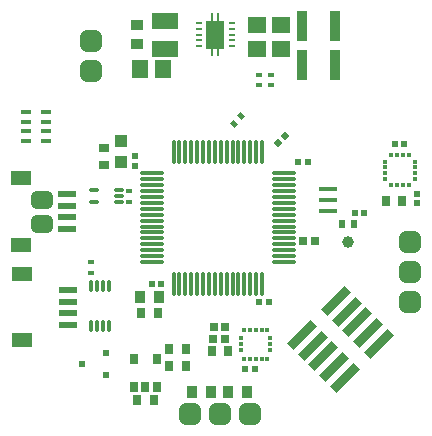
<source format=gbp>
G04 Layer_Color=16770453*
%FSLAX25Y25*%
%MOIN*%
G70*
G01*
G75*
G04:AMPARAMS|DCode=10|XSize=70.87mil|YSize=70.87mil|CornerRadius=17.72mil|HoleSize=0mil|Usage=FLASHONLY|Rotation=0.000|XOffset=0mil|YOffset=0mil|HoleType=Round|Shape=RoundedRectangle|*
%AMROUNDEDRECTD10*
21,1,0.07087,0.03543,0,0,0.0*
21,1,0.03543,0.07087,0,0,0.0*
1,1,0.03543,0.01772,-0.01772*
1,1,0.03543,-0.01772,-0.01772*
1,1,0.03543,-0.01772,0.01772*
1,1,0.03543,0.01772,0.01772*
%
%ADD10ROUNDEDRECTD10*%
%ADD16R,0.06102X0.02362*%
%ADD17R,0.07087X0.04724*%
%ADD19R,0.02165X0.01772*%
%ADD20R,0.02047X0.02047*%
%ADD21P,0.02895X4X180.0*%
G04:AMPARAMS|DCode=29|XSize=70.87mil|YSize=70.87mil|CornerRadius=17.72mil|HoleSize=0mil|Usage=FLASHONLY|Rotation=270.000|XOffset=0mil|YOffset=0mil|HoleType=Round|Shape=RoundedRectangle|*
%AMROUNDEDRECTD29*
21,1,0.07087,0.03543,0,0,270.0*
21,1,0.03543,0.07087,0,0,270.0*
1,1,0.03543,-0.01772,-0.01772*
1,1,0.03543,-0.01772,0.01772*
1,1,0.03543,0.01772,0.01772*
1,1,0.03543,0.01772,-0.01772*
%
%ADD29ROUNDEDRECTD29*%
%ADD30R,0.03543X0.02756*%
%ADD31R,0.02047X0.02047*%
%ADD32R,0.03937X0.03543*%
%ADD33R,0.03543X0.03937*%
%ADD43R,0.02756X0.03543*%
%ADD44R,0.02165X0.02559*%
%ADD70C,0.03937*%
G04:AMPARAMS|DCode=71|XSize=59.06mil|YSize=70.87mil|CornerRadius=14.76mil|HoleSize=0mil|Usage=FLASHONLY|Rotation=270.000|XOffset=0mil|YOffset=0mil|HoleType=Round|Shape=RoundedRectangle|*
%AMROUNDEDRECTD71*
21,1,0.05906,0.04134,0,0,270.0*
21,1,0.02953,0.07087,0,0,270.0*
1,1,0.02953,-0.02067,-0.01476*
1,1,0.02953,-0.02067,0.01476*
1,1,0.02953,0.02067,0.01476*
1,1,0.02953,0.02067,-0.01476*
%
%ADD71ROUNDEDRECTD71*%
%ADD72R,0.03740X0.10236*%
%ADD73O,0.08268X0.01181*%
%ADD74O,0.01181X0.08268*%
G04:AMPARAMS|DCode=75|XSize=11.81mil|YSize=39.37mil|CornerRadius=1.95mil|HoleSize=0mil|Usage=FLASHONLY|Rotation=180.000|XOffset=0mil|YOffset=0mil|HoleType=Round|Shape=RoundedRectangle|*
%AMROUNDEDRECTD75*
21,1,0.01181,0.03547,0,0,180.0*
21,1,0.00791,0.03937,0,0,180.0*
1,1,0.00390,-0.00396,0.01774*
1,1,0.00390,0.00396,0.01774*
1,1,0.00390,0.00396,-0.01774*
1,1,0.00390,-0.00396,-0.01774*
%
%ADD75ROUNDEDRECTD75*%
%ADD76R,0.01181X0.01575*%
%ADD77R,0.01575X0.01181*%
G04:AMPARAMS|DCode=78|XSize=11.81mil|YSize=31.5mil|CornerRadius=1.95mil|HoleSize=0mil|Usage=FLASHONLY|Rotation=90.000|XOffset=0mil|YOffset=0mil|HoleType=Round|Shape=RoundedRectangle|*
%AMROUNDEDRECTD78*
21,1,0.01181,0.02760,0,0,90.0*
21,1,0.00791,0.03150,0,0,90.0*
1,1,0.00390,0.01380,0.00396*
1,1,0.00390,0.01380,-0.00396*
1,1,0.00390,-0.01380,-0.00396*
1,1,0.00390,-0.01380,0.00396*
%
%ADD78ROUNDEDRECTD78*%
%ADD79R,0.06299X0.01181*%
G04:AMPARAMS|DCode=80|XSize=21.65mil|YSize=17.72mil|CornerRadius=0mil|HoleSize=0mil|Usage=FLASHONLY|Rotation=315.000|XOffset=0mil|YOffset=0mil|HoleType=Round|Shape=Rectangle|*
%AMROTATEDRECTD80*
4,1,4,-0.01392,0.00139,-0.00139,0.01392,0.01392,-0.00139,0.00139,-0.01392,-0.01392,0.00139,0.0*
%
%ADD80ROTATEDRECTD80*%

%ADD81R,0.02835X0.02835*%
%ADD82R,0.04331X0.04331*%
%ADD83R,0.00984X0.03937*%
%ADD84O,0.02559X0.00984*%
%ADD85R,0.06496X0.09449*%
%ADD86R,0.09134X0.05630*%
%ADD87R,0.06102X0.05315*%
%ADD88R,0.05315X0.06102*%
%ADD89R,0.01772X0.01181*%
%ADD90R,0.01181X0.01772*%
G04:AMPARAMS|DCode=91|XSize=110mil|YSize=29mil|CornerRadius=0mil|HoleSize=0mil|Usage=FLASHONLY|Rotation=225.000|XOffset=0mil|YOffset=0mil|HoleType=Round|Shape=Rectangle|*
%AMROTATEDRECTD91*
4,1,4,0.02864,0.04914,0.04914,0.02864,-0.02864,-0.04914,-0.04914,-0.02864,0.02864,0.04914,0.0*
%
%ADD91ROTATEDRECTD91*%

%ADD92R,0.03543X0.01673*%
%ADD93R,0.02559X0.03543*%
%ADD95R,0.02362X0.01969*%
D10*
X61555Y5610D02*
D03*
X71555D02*
D03*
X81555D02*
D03*
D16*
X20694Y35138D02*
D03*
Y39075D02*
D03*
X20743Y43012D02*
D03*
Y46949D02*
D03*
X20448Y78937D02*
D03*
Y75000D02*
D03*
X20399Y71063D02*
D03*
Y67126D02*
D03*
D17*
X5437Y30020D02*
D03*
Y52067D02*
D03*
X5142Y84055D02*
D03*
Y62008D02*
D03*
D19*
X84547Y115059D02*
D03*
Y118602D02*
D03*
X28642Y52658D02*
D03*
Y56201D02*
D03*
X41043Y79823D02*
D03*
Y76279D02*
D03*
X88642Y115117D02*
D03*
Y118660D02*
D03*
D20*
X43209Y88287D02*
D03*
Y91437D02*
D03*
X137303Y75689D02*
D03*
Y78839D02*
D03*
D21*
X90914Y95934D02*
D03*
X93141Y98161D02*
D03*
D29*
X28346Y129921D02*
D03*
Y119921D02*
D03*
X134843Y42854D02*
D03*
Y52854D02*
D03*
Y62854D02*
D03*
D30*
X32972Y88681D02*
D03*
Y94193D02*
D03*
D31*
X83071Y20669D02*
D03*
X79921D02*
D03*
X116437Y72539D02*
D03*
X119587D02*
D03*
X51870Y48917D02*
D03*
X48720D02*
D03*
X84547Y42724D02*
D03*
X87697D02*
D03*
X97539Y89468D02*
D03*
X100689D02*
D03*
X129823Y95374D02*
D03*
X132972D02*
D03*
D32*
X43996Y135138D02*
D03*
Y128839D02*
D03*
D33*
X51083Y44587D02*
D03*
X44783D02*
D03*
X68405Y12697D02*
D03*
X62106D02*
D03*
X74311D02*
D03*
X80610D02*
D03*
D43*
X126673Y76476D02*
D03*
X132185D02*
D03*
X50689Y39075D02*
D03*
X45177D02*
D03*
X74213Y26378D02*
D03*
X68701D02*
D03*
X54527Y27067D02*
D03*
X60039D02*
D03*
X54527Y21555D02*
D03*
X60039D02*
D03*
X49409Y10039D02*
D03*
X43898D02*
D03*
D44*
X112106Y68799D02*
D03*
X116043D02*
D03*
D70*
X114075Y62894D02*
D03*
D71*
X12106Y76772D02*
D03*
Y68898D02*
D03*
D72*
X98917Y134941D02*
D03*
X109941D02*
D03*
X98917Y121850D02*
D03*
X109941D02*
D03*
D73*
X92815Y85728D02*
D03*
Y83760D02*
D03*
Y81791D02*
D03*
Y79823D02*
D03*
Y77854D02*
D03*
Y75886D02*
D03*
Y73917D02*
D03*
Y71949D02*
D03*
Y69980D02*
D03*
Y68012D02*
D03*
Y66043D02*
D03*
Y64075D02*
D03*
Y62106D02*
D03*
Y60138D02*
D03*
Y58169D02*
D03*
Y56201D02*
D03*
X48720D02*
D03*
Y58169D02*
D03*
Y60138D02*
D03*
Y62106D02*
D03*
Y64075D02*
D03*
Y66043D02*
D03*
Y68012D02*
D03*
Y69980D02*
D03*
Y71949D02*
D03*
Y73917D02*
D03*
Y75886D02*
D03*
Y77854D02*
D03*
Y79823D02*
D03*
Y81791D02*
D03*
Y83760D02*
D03*
Y85728D02*
D03*
D74*
X85532Y48917D02*
D03*
X83563D02*
D03*
X81595D02*
D03*
X79626D02*
D03*
X77658D02*
D03*
X75689D02*
D03*
X73721D02*
D03*
X71752D02*
D03*
X69784D02*
D03*
X67815D02*
D03*
X65847D02*
D03*
X63878D02*
D03*
X61910D02*
D03*
X59941D02*
D03*
X57972D02*
D03*
X56004D02*
D03*
Y93012D02*
D03*
X57972D02*
D03*
X59941D02*
D03*
X61910D02*
D03*
X63878D02*
D03*
X65847D02*
D03*
X67815D02*
D03*
X69784D02*
D03*
X71752D02*
D03*
X73721D02*
D03*
X75689D02*
D03*
X77658D02*
D03*
X79626D02*
D03*
X81595D02*
D03*
X83563D02*
D03*
X85532D02*
D03*
D75*
X34350Y34744D02*
D03*
X32382D02*
D03*
X30413D02*
D03*
X28445D02*
D03*
X34350Y48130D02*
D03*
X32382D02*
D03*
X30413D02*
D03*
X28445D02*
D03*
D76*
X79429Y33661D02*
D03*
X81398D02*
D03*
X83366D02*
D03*
X85335D02*
D03*
X87303D02*
D03*
Y24016D02*
D03*
X85335D02*
D03*
X83366D02*
D03*
X81398D02*
D03*
X79429D02*
D03*
D77*
X88189Y30807D02*
D03*
Y28839D02*
D03*
Y26870D02*
D03*
X78543D02*
D03*
Y28839D02*
D03*
Y30807D02*
D03*
D78*
X29626Y80020D02*
D03*
Y76083D02*
D03*
X37894D02*
D03*
Y78051D02*
D03*
Y80020D02*
D03*
D79*
X107382Y80610D02*
D03*
Y76870D02*
D03*
Y73130D02*
D03*
D80*
X78517Y104698D02*
D03*
X76011Y102192D02*
D03*
D81*
X99114Y63090D02*
D03*
X103051D02*
D03*
X73327Y34449D02*
D03*
X69390D02*
D03*
X69291Y30610D02*
D03*
X73228D02*
D03*
D82*
X38484Y89468D02*
D03*
Y96555D02*
D03*
D83*
X70965Y137106D02*
D03*
X68996D02*
D03*
Y126870D02*
D03*
X70965D02*
D03*
D84*
X64567Y128051D02*
D03*
Y130020D02*
D03*
Y131988D02*
D03*
Y133957D02*
D03*
Y135925D02*
D03*
X75394D02*
D03*
Y133957D02*
D03*
Y131988D02*
D03*
Y130020D02*
D03*
Y128051D02*
D03*
D85*
X69980Y131988D02*
D03*
D86*
X53051Y127323D02*
D03*
Y136653D02*
D03*
D87*
X83957Y127264D02*
D03*
Y135138D02*
D03*
X91732D02*
D03*
Y127264D02*
D03*
D88*
X52658Y120571D02*
D03*
X44783D02*
D03*
D89*
X126378Y89666D02*
D03*
Y87697D02*
D03*
Y85729D02*
D03*
Y83760D02*
D03*
X136417D02*
D03*
Y85729D02*
D03*
Y87697D02*
D03*
Y89666D02*
D03*
D90*
X128445Y81694D02*
D03*
X130413D02*
D03*
X132382D02*
D03*
X134350D02*
D03*
Y91733D02*
D03*
X132382D02*
D03*
X130413D02*
D03*
X128445D02*
D03*
D91*
X110200Y43141D02*
D03*
X98886Y31828D02*
D03*
X113735Y39606D02*
D03*
X102422Y28292D02*
D03*
X117271Y36070D02*
D03*
X105957Y24757D02*
D03*
X120807Y32535D02*
D03*
X109493Y21221D02*
D03*
X124342Y28999D02*
D03*
X113028Y17685D02*
D03*
D92*
X6791Y106102D02*
D03*
Y102953D02*
D03*
Y99803D02*
D03*
Y96653D02*
D03*
X13484D02*
D03*
Y99803D02*
D03*
Y102953D02*
D03*
X13485Y106102D02*
D03*
D93*
X50394Y24016D02*
D03*
X42913D02*
D03*
Y14567D02*
D03*
X46654D02*
D03*
X50394D02*
D03*
D95*
X25492Y22146D02*
D03*
X33366Y25886D02*
D03*
Y18406D02*
D03*
M02*

</source>
